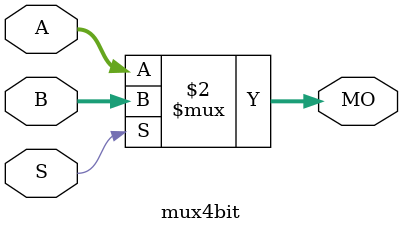
<source format=v>
module mux4bit (MO, A, B, S);
   input [3:0] A, B;
   input       S;
   output [3:0] MO; 
   
   assign MO = (S == 1) ? B : A; 
   
endmodule
</source>
